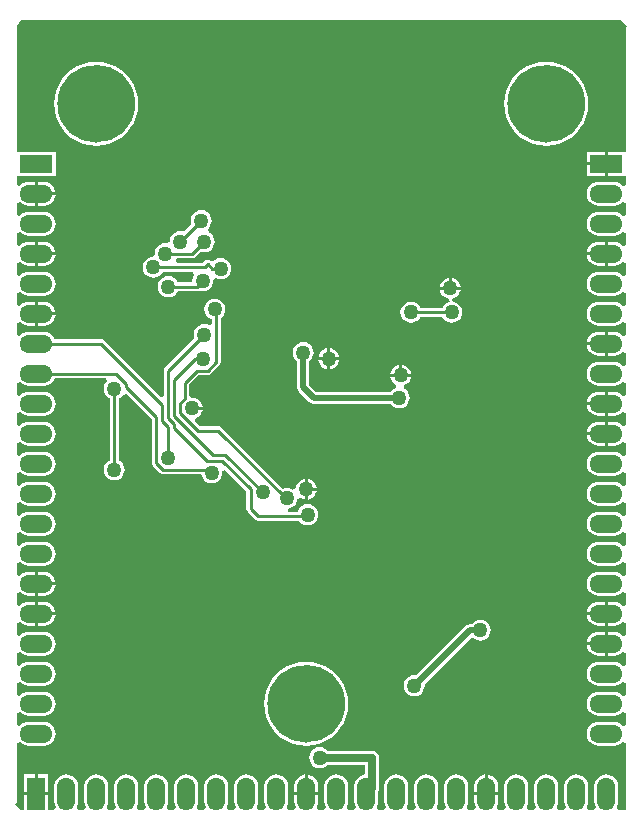
<source format=gbl>
G04 Layer_Physical_Order=2*
G04 Layer_Color=16711680*
%FSLAX25Y25*%
%MOIN*%
G70*
G01*
G75*
%ADD16C,0.02000*%
%ADD17C,0.01000*%
%ADD18C,0.02500*%
%ADD20C,0.17323*%
%ADD21O,0.11000X0.06000*%
%ADD22R,0.11000X0.06000*%
%ADD23O,0.06000X0.11000*%
%ADD24R,0.06000X0.11000*%
%ADD25C,0.03500*%
%ADD26C,0.05000*%
%ADD27C,0.02362*%
%ADD28C,0.04724*%
G36*
X490980Y454520D02*
Y454481D01*
X490500Y454000D01*
Y412500D01*
X484500D01*
Y408500D01*
Y404500D01*
X490500D01*
Y401501D01*
X489500Y401161D01*
X489353Y401353D01*
X488517Y401994D01*
X487544Y402397D01*
X486500Y402534D01*
X481500D01*
X480456Y402397D01*
X479483Y401994D01*
X478647Y401353D01*
X478006Y400517D01*
X477603Y399544D01*
X477465Y398500D01*
X477603Y397456D01*
X478006Y396483D01*
X478647Y395647D01*
X479483Y395006D01*
X480456Y394603D01*
X481500Y394465D01*
X486500D01*
X487544Y394603D01*
X488517Y395006D01*
X489353Y395647D01*
X489500Y395839D01*
X490500Y395499D01*
Y391500D01*
X489500Y391161D01*
X489353Y391353D01*
X488517Y391994D01*
X487544Y392397D01*
X486500Y392534D01*
X481500D01*
X480456Y392397D01*
X479483Y391994D01*
X478647Y391353D01*
X478006Y390517D01*
X477603Y389544D01*
X477465Y388500D01*
X477603Y387456D01*
X478006Y386483D01*
X478647Y385647D01*
X479483Y385006D01*
X480456Y384603D01*
X481500Y384466D01*
X486500D01*
X487544Y384603D01*
X488517Y385006D01*
X489353Y385647D01*
X489500Y385839D01*
X490500Y385500D01*
Y381501D01*
X489500Y381161D01*
X489353Y381353D01*
X488517Y381994D01*
X487544Y382397D01*
X486500Y382535D01*
X484500D01*
Y378500D01*
Y374465D01*
X486500D01*
X487544Y374603D01*
X488517Y375006D01*
X489353Y375647D01*
X489500Y375839D01*
X490500Y375500D01*
Y371500D01*
X489500Y371161D01*
X489353Y371353D01*
X488517Y371994D01*
X487544Y372397D01*
X486500Y372534D01*
X481500D01*
X480456Y372397D01*
X479483Y371994D01*
X478647Y371353D01*
X478006Y370517D01*
X477603Y369544D01*
X477465Y368500D01*
X477603Y367456D01*
X478006Y366483D01*
X478647Y365647D01*
X479483Y365006D01*
X480456Y364603D01*
X481500Y364465D01*
X486500D01*
X487544Y364603D01*
X488517Y365006D01*
X489353Y365647D01*
X489500Y365839D01*
X490500Y365499D01*
Y361501D01*
X489500Y361161D01*
X489353Y361353D01*
X488517Y361994D01*
X487544Y362397D01*
X486500Y362534D01*
X481500D01*
X480456Y362397D01*
X479483Y361994D01*
X478647Y361353D01*
X478006Y360517D01*
X477603Y359544D01*
X477465Y358500D01*
X477603Y357456D01*
X478006Y356483D01*
X478647Y355647D01*
X479483Y355006D01*
X480456Y354603D01*
X481500Y354466D01*
X486500D01*
X487544Y354603D01*
X488517Y355006D01*
X489353Y355647D01*
X489500Y355839D01*
X490500Y355500D01*
Y351501D01*
X489500Y351161D01*
X489353Y351353D01*
X488517Y351994D01*
X487544Y352397D01*
X486500Y352535D01*
X484500D01*
Y348500D01*
Y344465D01*
X486500D01*
X487544Y344603D01*
X488517Y345006D01*
X489353Y345647D01*
X489500Y345839D01*
X490500Y345499D01*
Y341500D01*
X489500Y341161D01*
X489353Y341353D01*
X488517Y341994D01*
X487544Y342397D01*
X486500Y342534D01*
X481500D01*
X480456Y342397D01*
X479483Y341994D01*
X478647Y341353D01*
X478006Y340517D01*
X477603Y339544D01*
X477465Y338500D01*
X477603Y337456D01*
X478006Y336483D01*
X478647Y335647D01*
X479483Y335006D01*
X480456Y334603D01*
X481500Y334466D01*
X486500D01*
X487544Y334603D01*
X488517Y335006D01*
X489353Y335647D01*
X489500Y335839D01*
X490500Y335500D01*
Y331501D01*
X489500Y331161D01*
X489353Y331353D01*
X488517Y331994D01*
X487544Y332397D01*
X486500Y332535D01*
X484500D01*
Y328500D01*
Y324465D01*
X486500D01*
X487544Y324603D01*
X488517Y325006D01*
X489353Y325647D01*
X489500Y325839D01*
X490500Y325500D01*
Y321500D01*
X489500Y321161D01*
X489353Y321353D01*
X488517Y321994D01*
X487544Y322397D01*
X486500Y322534D01*
X484500D01*
Y318500D01*
Y314465D01*
X486500D01*
X487544Y314603D01*
X488517Y315006D01*
X489353Y315647D01*
X489500Y315839D01*
X490500Y315499D01*
Y311501D01*
X489500Y311161D01*
X489353Y311353D01*
X488517Y311994D01*
X487544Y312397D01*
X486500Y312534D01*
X481500D01*
X480456Y312397D01*
X479483Y311994D01*
X478647Y311353D01*
X478006Y310517D01*
X477603Y309544D01*
X477465Y308500D01*
X477603Y307456D01*
X478006Y306483D01*
X478647Y305647D01*
X479483Y305006D01*
X480456Y304603D01*
X481500Y304466D01*
X486500D01*
X487544Y304603D01*
X488517Y305006D01*
X489353Y305647D01*
X489500Y305839D01*
X490500Y305500D01*
Y301501D01*
X489500Y301161D01*
X489353Y301353D01*
X488517Y301994D01*
X487544Y302397D01*
X486500Y302535D01*
X481500D01*
X480456Y302397D01*
X479483Y301994D01*
X478647Y301353D01*
X478006Y300517D01*
X477603Y299544D01*
X477465Y298500D01*
X477603Y297456D01*
X478006Y296483D01*
X478647Y295647D01*
X479483Y295006D01*
X480456Y294603D01*
X481500Y294465D01*
X486500D01*
X487544Y294603D01*
X488517Y295006D01*
X489353Y295647D01*
X489500Y295839D01*
X490500Y295499D01*
Y291500D01*
X489500Y291161D01*
X489353Y291353D01*
X488517Y291994D01*
X487544Y292397D01*
X486500Y292534D01*
X481500D01*
X480456Y292397D01*
X479483Y291994D01*
X478647Y291353D01*
X478006Y290517D01*
X477603Y289544D01*
X477465Y288500D01*
X477603Y287456D01*
X478006Y286483D01*
X478647Y285647D01*
X479483Y285006D01*
X480456Y284603D01*
X481500Y284466D01*
X486500D01*
X487544Y284603D01*
X488517Y285006D01*
X489353Y285647D01*
X489500Y285839D01*
X490500Y285500D01*
Y281501D01*
X489500Y281161D01*
X489353Y281353D01*
X488517Y281994D01*
X487544Y282397D01*
X486500Y282535D01*
X481500D01*
X480456Y282397D01*
X479483Y281994D01*
X478647Y281353D01*
X478006Y280517D01*
X477603Y279544D01*
X477465Y278500D01*
X477603Y277456D01*
X478006Y276483D01*
X478647Y275647D01*
X479483Y275006D01*
X480456Y274603D01*
X481500Y274465D01*
X486500D01*
X487544Y274603D01*
X488517Y275006D01*
X489353Y275647D01*
X489500Y275839D01*
X490500Y275500D01*
Y271500D01*
X489500Y271161D01*
X489353Y271353D01*
X488517Y271994D01*
X487544Y272397D01*
X486500Y272534D01*
X481500D01*
X480456Y272397D01*
X479483Y271994D01*
X478647Y271353D01*
X478006Y270517D01*
X477603Y269544D01*
X477465Y268500D01*
X477603Y267456D01*
X478006Y266483D01*
X478647Y265647D01*
X479483Y265006D01*
X480456Y264603D01*
X481500Y264465D01*
X486500D01*
X487544Y264603D01*
X488517Y265006D01*
X489353Y265647D01*
X489500Y265839D01*
X490500Y265499D01*
Y261501D01*
X489500Y261161D01*
X489353Y261353D01*
X488517Y261994D01*
X487544Y262397D01*
X486500Y262534D01*
X484500D01*
Y258500D01*
Y254466D01*
X486500D01*
X487544Y254603D01*
X488517Y255006D01*
X489353Y255647D01*
X489500Y255839D01*
X490500Y255500D01*
Y251501D01*
X489500Y251161D01*
X489353Y251353D01*
X488517Y251994D01*
X487544Y252397D01*
X486500Y252535D01*
X484500D01*
Y248500D01*
Y244465D01*
X486500D01*
X487544Y244603D01*
X488517Y245006D01*
X489353Y245647D01*
X489500Y245839D01*
X490500Y245499D01*
Y241500D01*
X489500Y241161D01*
X489353Y241353D01*
X488517Y241994D01*
X487544Y242397D01*
X486500Y242534D01*
X481500D01*
X480456Y242397D01*
X479483Y241994D01*
X478647Y241353D01*
X478006Y240517D01*
X477603Y239544D01*
X477465Y238500D01*
X477603Y237456D01*
X478006Y236483D01*
X478647Y235647D01*
X479483Y235006D01*
X480456Y234603D01*
X481500Y234466D01*
X486500D01*
X487544Y234603D01*
X488517Y235006D01*
X489353Y235647D01*
X489500Y235839D01*
X490500Y235500D01*
Y231501D01*
X489500Y231161D01*
X489353Y231353D01*
X488517Y231994D01*
X487544Y232397D01*
X486500Y232535D01*
X481500D01*
X480456Y232397D01*
X479483Y231994D01*
X478647Y231353D01*
X478006Y230517D01*
X477603Y229544D01*
X477465Y228500D01*
X477603Y227456D01*
X478006Y226483D01*
X478647Y225647D01*
X479483Y225006D01*
X480456Y224603D01*
X481500Y224465D01*
X486500D01*
X487544Y224603D01*
X488517Y225006D01*
X489353Y225647D01*
X489500Y225839D01*
X490500Y225500D01*
Y221500D01*
X489500Y221161D01*
X489353Y221353D01*
X488517Y221994D01*
X487544Y222397D01*
X486500Y222534D01*
X481500D01*
X480456Y222397D01*
X479483Y221994D01*
X478647Y221353D01*
X478006Y220517D01*
X477603Y219544D01*
X477465Y218500D01*
X477603Y217456D01*
X478006Y216483D01*
X478647Y215647D01*
X479483Y215006D01*
X480456Y214603D01*
X481500Y214465D01*
X486500D01*
X487544Y214603D01*
X488517Y215006D01*
X489353Y215647D01*
X489500Y215839D01*
X490500Y215499D01*
Y193000D01*
X488000D01*
X487494Y193983D01*
X487897Y194956D01*
X488034Y196000D01*
Y201000D01*
X487897Y202044D01*
X487494Y203017D01*
X486853Y203853D01*
X486017Y204494D01*
X485044Y204897D01*
X484000Y205034D01*
X482956Y204897D01*
X481983Y204494D01*
X481147Y203853D01*
X480506Y203017D01*
X480103Y202044D01*
X479965Y201000D01*
Y196000D01*
X480103Y194956D01*
X480506Y193983D01*
X480000Y193000D01*
X478000D01*
X477494Y193983D01*
X477897Y194956D01*
X478034Y196000D01*
Y201000D01*
X477897Y202044D01*
X477494Y203017D01*
X476853Y203853D01*
X476017Y204494D01*
X475044Y204897D01*
X474000Y205034D01*
X472956Y204897D01*
X471983Y204494D01*
X471147Y203853D01*
X470506Y203017D01*
X470103Y202044D01*
X469966Y201000D01*
Y196000D01*
X470103Y194956D01*
X470506Y193983D01*
X470000Y193000D01*
X468000D01*
X467494Y193983D01*
X467897Y194956D01*
X468035Y196000D01*
Y201000D01*
X467897Y202044D01*
X467494Y203017D01*
X466853Y203853D01*
X466017Y204494D01*
X465044Y204897D01*
X464000Y205034D01*
X462956Y204897D01*
X461983Y204494D01*
X461147Y203853D01*
X460506Y203017D01*
X460103Y202044D01*
X459966Y201000D01*
Y196000D01*
X460103Y194956D01*
X460506Y193983D01*
X460000Y193000D01*
X458000D01*
X457494Y193983D01*
X457897Y194956D01*
X458035Y196000D01*
Y201000D01*
X457897Y202044D01*
X457494Y203017D01*
X456853Y203853D01*
X456017Y204494D01*
X455044Y204897D01*
X454000Y205034D01*
X452956Y204897D01*
X451983Y204494D01*
X451147Y203853D01*
X450506Y203017D01*
X450103Y202044D01*
X449965Y201000D01*
Y196000D01*
X450103Y194956D01*
X450506Y193983D01*
X450000Y193000D01*
X448000D01*
X447494Y193983D01*
X447897Y194956D01*
X448034Y196000D01*
Y198000D01*
X444000D01*
X439965D01*
Y196000D01*
X440103Y194956D01*
X440506Y193983D01*
X440000Y193000D01*
X438000D01*
X437494Y193983D01*
X437897Y194956D01*
X438034Y196000D01*
Y201000D01*
X437897Y202044D01*
X437494Y203017D01*
X436853Y203853D01*
X436017Y204494D01*
X435044Y204897D01*
X434000Y205034D01*
X432956Y204897D01*
X431983Y204494D01*
X431147Y203853D01*
X430506Y203017D01*
X430103Y202044D01*
X429965Y201000D01*
Y196000D01*
X430103Y194956D01*
X430506Y193983D01*
X430000Y193000D01*
X428000D01*
X427494Y193983D01*
X427897Y194956D01*
X428034Y196000D01*
Y201000D01*
X427897Y202044D01*
X427494Y203017D01*
X426853Y203853D01*
X426017Y204494D01*
X425044Y204897D01*
X424000Y205034D01*
X422956Y204897D01*
X421983Y204494D01*
X421147Y203853D01*
X420506Y203017D01*
X420103Y202044D01*
X419966Y201000D01*
Y196000D01*
X420103Y194956D01*
X420506Y193983D01*
X420000Y193000D01*
X418000D01*
X417494Y193983D01*
X417897Y194956D01*
X418035Y196000D01*
Y201000D01*
X417897Y202044D01*
X417494Y203017D01*
X416853Y203853D01*
X416017Y204494D01*
X415044Y204897D01*
X414000Y205034D01*
X412956Y204897D01*
X411983Y204494D01*
X411147Y203853D01*
X410506Y203017D01*
X410103Y202044D01*
X409966Y201000D01*
Y196000D01*
X410103Y194956D01*
X410506Y193983D01*
X410000Y193000D01*
X408000D01*
X407494Y193983D01*
X407897Y194956D01*
X408035Y196000D01*
Y199495D01*
X408119Y199622D01*
X408294Y200500D01*
Y210500D01*
X408119Y211378D01*
X407622Y212122D01*
X406878Y212619D01*
X406000Y212794D01*
X391151D01*
X390996Y212996D01*
X390265Y213557D01*
X389414Y213910D01*
X388500Y214030D01*
X387586Y213910D01*
X386735Y213557D01*
X386004Y212996D01*
X385443Y212265D01*
X385090Y211414D01*
X384970Y210500D01*
X385090Y209586D01*
X385443Y208735D01*
X386004Y208004D01*
X386735Y207443D01*
X387586Y207090D01*
X388500Y206970D01*
X389414Y207090D01*
X390265Y207443D01*
X390996Y208004D01*
X391151Y208206D01*
X403706D01*
Y204996D01*
X402956Y204897D01*
X401983Y204494D01*
X401147Y203853D01*
X400506Y203017D01*
X400103Y202044D01*
X399966Y201000D01*
Y196000D01*
X400103Y194956D01*
X400506Y193983D01*
X400000Y193000D01*
X398000D01*
X397494Y193983D01*
X397897Y194956D01*
X398035Y196000D01*
Y201000D01*
X397897Y202044D01*
X397494Y203017D01*
X396853Y203853D01*
X396017Y204494D01*
X395044Y204897D01*
X394000Y205034D01*
X392956Y204897D01*
X391983Y204494D01*
X391147Y203853D01*
X390506Y203017D01*
X390103Y202044D01*
X389966Y201000D01*
Y196000D01*
X390103Y194956D01*
X390506Y193983D01*
X390000Y193000D01*
X388000D01*
X387494Y193983D01*
X387897Y194956D01*
X388035Y196000D01*
Y198000D01*
X384000D01*
X379965D01*
Y196000D01*
X380103Y194956D01*
X380506Y193983D01*
X380000Y193000D01*
X378000D01*
X377494Y193983D01*
X377897Y194956D01*
X378034Y196000D01*
Y201000D01*
X377897Y202044D01*
X377494Y203017D01*
X376853Y203853D01*
X376017Y204494D01*
X375044Y204897D01*
X374000Y205034D01*
X372956Y204897D01*
X371983Y204494D01*
X371147Y203853D01*
X370506Y203017D01*
X370103Y202044D01*
X369966Y201000D01*
Y196000D01*
X370103Y194956D01*
X370506Y193983D01*
X370000Y193000D01*
X368000D01*
X367494Y193983D01*
X367897Y194956D01*
X368035Y196000D01*
Y201000D01*
X367897Y202044D01*
X367494Y203017D01*
X366853Y203853D01*
X366017Y204494D01*
X365044Y204897D01*
X364000Y205034D01*
X362956Y204897D01*
X361983Y204494D01*
X361147Y203853D01*
X360506Y203017D01*
X360103Y202044D01*
X359965Y201000D01*
Y196000D01*
X360103Y194956D01*
X360506Y193983D01*
X360000Y193000D01*
X358000D01*
X357494Y193983D01*
X357897Y194956D01*
X358034Y196000D01*
Y201000D01*
X357897Y202044D01*
X357494Y203017D01*
X356853Y203853D01*
X356017Y204494D01*
X355044Y204897D01*
X354000Y205034D01*
X352956Y204897D01*
X351983Y204494D01*
X351147Y203853D01*
X350506Y203017D01*
X350103Y202044D01*
X349966Y201000D01*
Y196000D01*
X350103Y194956D01*
X350506Y193983D01*
X350000Y193000D01*
X348000D01*
X347494Y193983D01*
X347897Y194956D01*
X348035Y196000D01*
Y201000D01*
X347897Y202044D01*
X347494Y203017D01*
X346853Y203853D01*
X346017Y204494D01*
X345044Y204897D01*
X344000Y205034D01*
X342956Y204897D01*
X341983Y204494D01*
X341147Y203853D01*
X340506Y203017D01*
X340103Y202044D01*
X339966Y201000D01*
Y196000D01*
X340103Y194956D01*
X340506Y193983D01*
X340000Y193000D01*
X338000D01*
X337494Y193983D01*
X337897Y194956D01*
X338035Y196000D01*
Y201000D01*
X337897Y202044D01*
X337494Y203017D01*
X336853Y203853D01*
X336017Y204494D01*
X335044Y204897D01*
X334000Y205034D01*
X332956Y204897D01*
X331983Y204494D01*
X331147Y203853D01*
X330506Y203017D01*
X330103Y202044D01*
X329965Y201000D01*
Y196000D01*
X330103Y194956D01*
X330506Y193983D01*
X330000Y193000D01*
X328000D01*
X327494Y193983D01*
X327897Y194956D01*
X328034Y196000D01*
Y201000D01*
X327897Y202044D01*
X327494Y203017D01*
X326853Y203853D01*
X326017Y204494D01*
X325044Y204897D01*
X324000Y205034D01*
X322956Y204897D01*
X321983Y204494D01*
X321147Y203853D01*
X320506Y203017D01*
X320103Y202044D01*
X319966Y201000D01*
Y196000D01*
X320103Y194956D01*
X320506Y193983D01*
X320000Y193000D01*
X318000D01*
X317494Y193983D01*
X317897Y194956D01*
X318035Y196000D01*
Y201000D01*
X317897Y202044D01*
X317494Y203017D01*
X316853Y203853D01*
X316017Y204494D01*
X315044Y204897D01*
X314000Y205034D01*
X312956Y204897D01*
X311983Y204494D01*
X311147Y203853D01*
X310506Y203017D01*
X310103Y202044D01*
X309965Y201000D01*
Y196000D01*
X310103Y194956D01*
X310506Y193983D01*
X310000Y193000D01*
X308000D01*
X307494Y193983D01*
X307897Y194956D01*
X308034Y196000D01*
Y201000D01*
X307897Y202044D01*
X307494Y203017D01*
X306853Y203853D01*
X306017Y204494D01*
X305044Y204897D01*
X304000Y205034D01*
X302956Y204897D01*
X301983Y204494D01*
X301147Y203853D01*
X300506Y203017D01*
X300103Y202044D01*
X299966Y201000D01*
Y196000D01*
X300103Y194956D01*
X300506Y193983D01*
X300000Y193000D01*
X298000D01*
Y198000D01*
X294000D01*
X290000D01*
Y193000D01*
X289000D01*
X287019Y194981D01*
Y195019D01*
X287500Y195500D01*
Y215499D01*
X288500Y215839D01*
X288647Y215647D01*
X289483Y215006D01*
X290456Y214603D01*
X291500Y214465D01*
X296500D01*
X297544Y214603D01*
X298517Y215006D01*
X299353Y215647D01*
X299994Y216483D01*
X300397Y217456D01*
X300535Y218500D01*
X300397Y219544D01*
X299994Y220517D01*
X299353Y221353D01*
X298517Y221994D01*
X297544Y222397D01*
X296500Y222534D01*
X291500D01*
X290456Y222397D01*
X289483Y221994D01*
X288647Y221353D01*
X288500Y221161D01*
X287500Y221500D01*
Y225500D01*
X288500Y225839D01*
X288647Y225647D01*
X289483Y225006D01*
X290456Y224603D01*
X291500Y224465D01*
X296500D01*
X297544Y224603D01*
X298517Y225006D01*
X299353Y225647D01*
X299994Y226483D01*
X300397Y227456D01*
X300535Y228500D01*
X300397Y229544D01*
X299994Y230517D01*
X299353Y231353D01*
X298517Y231994D01*
X297544Y232397D01*
X296500Y232535D01*
X291500D01*
X290456Y232397D01*
X289483Y231994D01*
X288647Y231353D01*
X288500Y231161D01*
X287500Y231501D01*
Y235500D01*
X288500Y235839D01*
X288647Y235647D01*
X289483Y235006D01*
X290456Y234603D01*
X291500Y234466D01*
X296500D01*
X297544Y234603D01*
X298517Y235006D01*
X299353Y235647D01*
X299994Y236483D01*
X300397Y237456D01*
X300535Y238500D01*
X300397Y239544D01*
X299994Y240517D01*
X299353Y241353D01*
X298517Y241994D01*
X297544Y242397D01*
X296500Y242534D01*
X291500D01*
X290456Y242397D01*
X289483Y241994D01*
X288647Y241353D01*
X288500Y241161D01*
X287500Y241500D01*
Y245499D01*
X288500Y245839D01*
X288647Y245647D01*
X289483Y245006D01*
X290456Y244603D01*
X291500Y244465D01*
X296500D01*
X297544Y244603D01*
X298517Y245006D01*
X299353Y245647D01*
X299994Y246483D01*
X300397Y247456D01*
X300535Y248500D01*
X300397Y249544D01*
X299994Y250517D01*
X299353Y251353D01*
X298517Y251994D01*
X297544Y252397D01*
X296500Y252535D01*
X291500D01*
X290456Y252397D01*
X289483Y251994D01*
X288647Y251353D01*
X288500Y251161D01*
X287500Y251501D01*
Y255500D01*
X288500Y255839D01*
X288647Y255647D01*
X289483Y255006D01*
X290456Y254603D01*
X291500Y254466D01*
X293500D01*
Y258500D01*
Y262534D01*
X291500D01*
X290456Y262397D01*
X289483Y261994D01*
X288647Y261353D01*
X288500Y261161D01*
X287500Y261501D01*
Y265499D01*
X288500Y265839D01*
X288647Y265647D01*
X289483Y265006D01*
X290456Y264603D01*
X291500Y264465D01*
X293500D01*
Y268500D01*
Y272534D01*
X291500D01*
X290456Y272397D01*
X289483Y271994D01*
X288647Y271353D01*
X288500Y271161D01*
X287500Y271500D01*
Y275500D01*
X288500Y275839D01*
X288647Y275647D01*
X289483Y275006D01*
X290456Y274603D01*
X291500Y274465D01*
X296500D01*
X297544Y274603D01*
X298517Y275006D01*
X299353Y275647D01*
X299994Y276483D01*
X300397Y277456D01*
X300535Y278500D01*
X300397Y279544D01*
X299994Y280517D01*
X299353Y281353D01*
X298517Y281994D01*
X297544Y282397D01*
X296500Y282535D01*
X291500D01*
X290456Y282397D01*
X289483Y281994D01*
X288647Y281353D01*
X288500Y281161D01*
X287500Y281501D01*
Y285500D01*
X288500Y285839D01*
X288647Y285647D01*
X289483Y285006D01*
X290456Y284603D01*
X291500Y284466D01*
X296500D01*
X297544Y284603D01*
X298517Y285006D01*
X299353Y285647D01*
X299994Y286483D01*
X300397Y287456D01*
X300535Y288500D01*
X300397Y289544D01*
X299994Y290517D01*
X299353Y291353D01*
X298517Y291994D01*
X297544Y292397D01*
X296500Y292534D01*
X291500D01*
X290456Y292397D01*
X289483Y291994D01*
X288647Y291353D01*
X288500Y291161D01*
X287500Y291500D01*
Y295499D01*
X288500Y295839D01*
X288647Y295647D01*
X289483Y295006D01*
X290456Y294603D01*
X291500Y294465D01*
X296500D01*
X297544Y294603D01*
X298517Y295006D01*
X299353Y295647D01*
X299994Y296483D01*
X300397Y297456D01*
X300535Y298500D01*
X300397Y299544D01*
X299994Y300517D01*
X299353Y301353D01*
X298517Y301994D01*
X297544Y302397D01*
X296500Y302535D01*
X291500D01*
X290456Y302397D01*
X289483Y301994D01*
X288647Y301353D01*
X288500Y301161D01*
X287500Y301501D01*
Y305500D01*
X288500Y305839D01*
X288647Y305647D01*
X289483Y305006D01*
X290456Y304603D01*
X291500Y304466D01*
X296500D01*
X297544Y304603D01*
X298517Y305006D01*
X299353Y305647D01*
X299994Y306483D01*
X300397Y307456D01*
X300535Y308500D01*
X300397Y309544D01*
X299994Y310517D01*
X299353Y311353D01*
X298517Y311994D01*
X297544Y312397D01*
X296500Y312534D01*
X291500D01*
X290456Y312397D01*
X289483Y311994D01*
X288647Y311353D01*
X288500Y311161D01*
X287500Y311501D01*
Y315499D01*
X288500Y315839D01*
X288647Y315647D01*
X289483Y315006D01*
X290456Y314603D01*
X291500Y314465D01*
X296500D01*
X297544Y314603D01*
X298517Y315006D01*
X299353Y315647D01*
X299994Y316483D01*
X300397Y317456D01*
X300535Y318500D01*
X300397Y319544D01*
X299994Y320517D01*
X299353Y321353D01*
X298517Y321994D01*
X297544Y322397D01*
X296500Y322534D01*
X291500D01*
X290456Y322397D01*
X289483Y321994D01*
X288647Y321353D01*
X288500Y321161D01*
X287500Y321500D01*
Y325500D01*
X288500Y325839D01*
X288647Y325647D01*
X289483Y325006D01*
X290456Y324603D01*
X291500Y324465D01*
X296500D01*
X297544Y324603D01*
X298517Y325006D01*
X299353Y325647D01*
X299994Y326483D01*
X300397Y327456D01*
X300535Y328500D01*
X300397Y329544D01*
X299994Y330517D01*
X299353Y331353D01*
X298517Y331994D01*
X297544Y332397D01*
X296500Y332535D01*
X291500D01*
X290456Y332397D01*
X289483Y331994D01*
X288647Y331353D01*
X288500Y331161D01*
X287500Y331501D01*
Y335500D01*
X288500Y335839D01*
X288647Y335647D01*
X289483Y335006D01*
X290456Y334603D01*
X291500Y334466D01*
X296500D01*
X297544Y334603D01*
X298517Y335006D01*
X299353Y335647D01*
X299994Y336483D01*
X300196Y336971D01*
X317131D01*
X317467Y336092D01*
X317484Y335971D01*
X316943Y335265D01*
X316590Y334414D01*
X316470Y333500D01*
X316590Y332586D01*
X316943Y331735D01*
X317504Y331004D01*
X318235Y330443D01*
X318471Y330345D01*
Y309655D01*
X318235Y309557D01*
X317504Y308996D01*
X316943Y308265D01*
X316590Y307414D01*
X316470Y306500D01*
X316590Y305586D01*
X316943Y304735D01*
X317504Y304004D01*
X318235Y303443D01*
X319086Y303090D01*
X320000Y302970D01*
X320914Y303090D01*
X321765Y303443D01*
X322496Y304004D01*
X323057Y304735D01*
X323410Y305586D01*
X323530Y306500D01*
X323410Y307414D01*
X323057Y308265D01*
X322496Y308996D01*
X321765Y309557D01*
X321529Y309655D01*
Y330345D01*
X321765Y330443D01*
X322496Y331004D01*
X322897Y331526D01*
X324032Y331805D01*
X332471Y323366D01*
Y308843D01*
X332587Y308258D01*
X332919Y307762D01*
X335262Y305419D01*
X335758Y305087D01*
X336343Y304971D01*
X349040D01*
X349090Y304586D01*
X349443Y303735D01*
X350004Y303004D01*
X350735Y302443D01*
X351586Y302090D01*
X352500Y301970D01*
X353414Y302090D01*
X354265Y302443D01*
X354996Y303004D01*
X355557Y303735D01*
X355910Y304586D01*
X356030Y305500D01*
X355971Y305952D01*
X356918Y306419D01*
X363971Y299366D01*
Y293500D01*
X364087Y292915D01*
X364419Y292419D01*
X366919Y289919D01*
X367415Y289587D01*
X368000Y289471D01*
X381646D01*
X382004Y289004D01*
X382735Y288443D01*
X383586Y288090D01*
X384500Y287970D01*
X385414Y288090D01*
X386265Y288443D01*
X386996Y289004D01*
X387557Y289735D01*
X387910Y290586D01*
X388030Y291500D01*
X387910Y292414D01*
X387557Y293265D01*
X386996Y293996D01*
X386265Y294557D01*
X385414Y294910D01*
X384500Y295030D01*
X383586Y294910D01*
X382735Y294557D01*
X382004Y293996D01*
X381443Y293265D01*
X381138Y292529D01*
X378018D01*
X377953Y293529D01*
X378414Y293590D01*
X379265Y293943D01*
X379996Y294504D01*
X380557Y295235D01*
X380910Y296086D01*
X380983Y296643D01*
X381791Y297085D01*
X382016Y297111D01*
X382235Y296943D01*
X383086Y296590D01*
X383500Y296536D01*
Y300000D01*
Y303464D01*
X383086Y303410D01*
X382235Y303057D01*
X381504Y302496D01*
X380943Y301765D01*
X380590Y300914D01*
X380517Y300357D01*
X379709Y299915D01*
X379484Y299889D01*
X379265Y300057D01*
X378414Y300410D01*
X377500Y300530D01*
X376586Y300410D01*
X376108Y300212D01*
X355738Y320581D01*
X355242Y320913D01*
X354657Y321029D01*
X348477D01*
X346840Y322666D01*
X347208Y323712D01*
X347765Y323943D01*
X348496Y324504D01*
X349057Y325235D01*
X349410Y326086D01*
X349464Y326500D01*
X346000D01*
Y327500D01*
X349464D01*
X349410Y327914D01*
X349057Y328765D01*
X348496Y329496D01*
X347765Y330057D01*
X346914Y330410D01*
X346000Y330530D01*
X345029Y331411D01*
Y334866D01*
X348082Y337919D01*
X351106D01*
X351691Y338036D01*
X352187Y338367D01*
X355081Y341262D01*
X355413Y341758D01*
X355529Y342343D01*
Y357146D01*
X355996Y357504D01*
X356557Y358235D01*
X356910Y359086D01*
X357030Y360000D01*
X356910Y360914D01*
X356557Y361765D01*
X355996Y362496D01*
X355265Y363057D01*
X354414Y363410D01*
X353500Y363530D01*
X352586Y363410D01*
X351735Y363057D01*
X351004Y362496D01*
X350443Y361765D01*
X350090Y360914D01*
X349970Y360000D01*
X350090Y359086D01*
X350443Y358235D01*
X351004Y357504D01*
X351735Y356943D01*
X352471Y356638D01*
Y355158D01*
X351471Y354679D01*
X350914Y354910D01*
X350000Y355030D01*
X349086Y354910D01*
X348235Y354557D01*
X347504Y353996D01*
X346943Y353265D01*
X346590Y352414D01*
X346470Y351500D01*
X346590Y350586D01*
X346688Y350351D01*
X336919Y340581D01*
X336587Y340085D01*
X336471Y339500D01*
Y330999D01*
X335547Y330616D01*
X316581Y349581D01*
X316085Y349913D01*
X315500Y350029D01*
X300196D01*
X299994Y350517D01*
X299353Y351353D01*
X298517Y351994D01*
X297544Y352397D01*
X296500Y352535D01*
X291500D01*
X290456Y352397D01*
X289483Y351994D01*
X288647Y351353D01*
X288500Y351161D01*
X287500Y351501D01*
Y355500D01*
X288500Y355839D01*
X288647Y355647D01*
X289483Y355006D01*
X290456Y354603D01*
X291500Y354466D01*
X293500D01*
Y358500D01*
Y362534D01*
X291500D01*
X290456Y362397D01*
X289483Y361994D01*
X288647Y361353D01*
X288500Y361161D01*
X287500Y361501D01*
Y365499D01*
X288500Y365839D01*
X288647Y365647D01*
X289483Y365006D01*
X290456Y364603D01*
X291500Y364465D01*
X296500D01*
X297544Y364603D01*
X298517Y365006D01*
X299353Y365647D01*
X299994Y366483D01*
X300397Y367456D01*
X300535Y368500D01*
X300397Y369544D01*
X299994Y370517D01*
X299353Y371353D01*
X298517Y371994D01*
X297544Y372397D01*
X296500Y372534D01*
X291500D01*
X290456Y372397D01*
X289483Y371994D01*
X288647Y371353D01*
X288500Y371161D01*
X287500Y371500D01*
Y375500D01*
X288500Y375839D01*
X288647Y375647D01*
X289483Y375006D01*
X290456Y374603D01*
X291500Y374465D01*
X293500D01*
Y378500D01*
Y382535D01*
X291500D01*
X290456Y382397D01*
X289483Y381994D01*
X288647Y381353D01*
X288500Y381161D01*
X287500Y381501D01*
Y385500D01*
X288500Y385839D01*
X288647Y385647D01*
X289483Y385006D01*
X290456Y384603D01*
X291500Y384466D01*
X296500D01*
X297544Y384603D01*
X298517Y385006D01*
X299353Y385647D01*
X299994Y386483D01*
X300397Y387456D01*
X300535Y388500D01*
X300397Y389544D01*
X299994Y390517D01*
X299353Y391353D01*
X298517Y391994D01*
X297544Y392397D01*
X296500Y392534D01*
X291500D01*
X290456Y392397D01*
X289483Y391994D01*
X288647Y391353D01*
X288500Y391161D01*
X287500Y391500D01*
Y395499D01*
X288500Y395839D01*
X288647Y395647D01*
X289483Y395006D01*
X290456Y394603D01*
X291500Y394465D01*
X293500D01*
Y398500D01*
Y402534D01*
X291500D01*
X290456Y402397D01*
X289483Y401994D01*
X288647Y401353D01*
X288500Y401161D01*
X287500Y401501D01*
Y404500D01*
X300500D01*
Y412500D01*
X287500D01*
Y454500D01*
X289000Y456500D01*
X489000D01*
X490980Y454520D01*
D02*
G37*
%LPC*%
G36*
X296500Y272534D02*
X294500D01*
Y269000D01*
X300469D01*
X300397Y269544D01*
X299994Y270517D01*
X299353Y271353D01*
X298517Y271994D01*
X297544Y272397D01*
X296500Y272534D01*
D02*
G37*
G36*
X387464Y299500D02*
X384500D01*
Y296536D01*
X384914Y296590D01*
X385765Y296943D01*
X386496Y297504D01*
X387057Y298235D01*
X387410Y299086D01*
X387464Y299500D01*
D02*
G37*
G36*
X296500Y262534D02*
X294500D01*
Y259000D01*
X300469D01*
X300397Y259544D01*
X299994Y260517D01*
X299353Y261353D01*
X298517Y261994D01*
X297544Y262397D01*
X296500Y262534D01*
D02*
G37*
G36*
X483500D02*
X481500D01*
X480456Y262397D01*
X479483Y261994D01*
X478647Y261353D01*
X478006Y260517D01*
X477603Y259544D01*
X477531Y259000D01*
X483500D01*
Y262534D01*
D02*
G37*
G36*
X300469Y268000D02*
X294500D01*
Y264465D01*
X296500D01*
X297544Y264603D01*
X298517Y265006D01*
X299353Y265647D01*
X299994Y266483D01*
X300397Y267456D01*
X300469Y268000D01*
D02*
G37*
G36*
X384500Y303464D02*
Y300500D01*
X387464D01*
X387410Y300914D01*
X387057Y301765D01*
X386496Y302496D01*
X385765Y303057D01*
X384914Y303410D01*
X384500Y303464D01*
D02*
G37*
G36*
X383000Y349030D02*
X382086Y348910D01*
X381235Y348557D01*
X380504Y347996D01*
X379943Y347265D01*
X379590Y346414D01*
X379470Y345500D01*
X379590Y344586D01*
X379943Y343735D01*
X380504Y343004D01*
X380961Y342653D01*
Y334000D01*
X381116Y333220D01*
X381558Y332558D01*
X385058Y329058D01*
X385720Y328616D01*
X386500Y328461D01*
X412153D01*
X412504Y328004D01*
X413235Y327443D01*
X414086Y327090D01*
X415000Y326970D01*
X415914Y327090D01*
X416765Y327443D01*
X417496Y328004D01*
X418057Y328735D01*
X418410Y329586D01*
X418530Y330500D01*
X418410Y331414D01*
X418057Y332265D01*
X417496Y332996D01*
X416765Y333557D01*
X416595Y333628D01*
X416539Y333924D01*
X416649Y334688D01*
X417265Y334943D01*
X417996Y335504D01*
X418557Y336235D01*
X418910Y337086D01*
X418964Y337500D01*
X412036D01*
X412090Y337086D01*
X412443Y336235D01*
X413004Y335504D01*
X413735Y334943D01*
X413905Y334872D01*
X413961Y334577D01*
X413851Y333812D01*
X413235Y333557D01*
X412504Y332996D01*
X412153Y332539D01*
X387345D01*
X385039Y334845D01*
Y342653D01*
X385496Y343004D01*
X386057Y343735D01*
X386410Y344586D01*
X386530Y345500D01*
X386410Y346414D01*
X386057Y347265D01*
X385496Y347996D01*
X384765Y348557D01*
X383914Y348910D01*
X383000Y349030D01*
D02*
G37*
G36*
X483500Y332535D02*
X481500D01*
X480456Y332397D01*
X479483Y331994D01*
X478647Y331353D01*
X478006Y330517D01*
X477603Y329544D01*
X477531Y329000D01*
X483500D01*
Y332535D01*
D02*
G37*
G36*
Y328000D02*
X477531D01*
X477603Y327456D01*
X478006Y326483D01*
X478647Y325647D01*
X479483Y325006D01*
X480456Y324603D01*
X481500Y324465D01*
X483500D01*
Y328000D01*
D02*
G37*
G36*
Y318000D02*
X477531D01*
X477603Y317456D01*
X478006Y316483D01*
X478647Y315647D01*
X479483Y315006D01*
X480456Y314603D01*
X481500Y314465D01*
X483500D01*
Y318000D01*
D02*
G37*
G36*
Y322534D02*
X481500D01*
X480456Y322397D01*
X479483Y321994D01*
X478647Y321353D01*
X478006Y320517D01*
X477603Y319544D01*
X477531Y319000D01*
X483500D01*
Y322534D01*
D02*
G37*
G36*
Y258000D02*
X477531D01*
X477603Y257456D01*
X478006Y256483D01*
X478647Y255647D01*
X479483Y255006D01*
X480456Y254603D01*
X481500Y254466D01*
X483500D01*
Y258000D01*
D02*
G37*
G36*
X298000Y205000D02*
X294500D01*
Y199000D01*
X298000D01*
Y205000D01*
D02*
G37*
G36*
X384500Y204969D02*
Y199000D01*
X388035D01*
Y201000D01*
X387897Y202044D01*
X387494Y203017D01*
X386853Y203853D01*
X386017Y204494D01*
X385044Y204897D01*
X384500Y204969D01*
D02*
G37*
G36*
X293500Y205000D02*
X290000D01*
Y199000D01*
X293500D01*
Y205000D01*
D02*
G37*
G36*
X383500Y204969D02*
X382956Y204897D01*
X381983Y204494D01*
X381147Y203853D01*
X380506Y203017D01*
X380103Y202044D01*
X379965Y201000D01*
Y199000D01*
X383500D01*
Y204969D01*
D02*
G37*
G36*
X443500D02*
X442956Y204897D01*
X441983Y204494D01*
X441147Y203853D01*
X440506Y203017D01*
X440103Y202044D01*
X439965Y201000D01*
Y199000D01*
X443500D01*
Y204969D01*
D02*
G37*
G36*
X444500D02*
Y199000D01*
X448034D01*
Y201000D01*
X447897Y202044D01*
X447494Y203017D01*
X446853Y203853D01*
X446017Y204494D01*
X445044Y204897D01*
X444500Y204969D01*
D02*
G37*
G36*
X442000Y256530D02*
X441086Y256410D01*
X440235Y256057D01*
X439504Y255496D01*
X439153Y255039D01*
X438500D01*
X437720Y254884D01*
X437058Y254442D01*
X420571Y237955D01*
X420000Y238030D01*
X419086Y237910D01*
X418235Y237557D01*
X417504Y236996D01*
X416943Y236265D01*
X416590Y235414D01*
X416470Y234500D01*
X416590Y233586D01*
X416943Y232735D01*
X417504Y232004D01*
X418235Y231443D01*
X419086Y231090D01*
X420000Y230970D01*
X420914Y231090D01*
X421765Y231443D01*
X422496Y232004D01*
X423057Y232735D01*
X423410Y233586D01*
X423530Y234500D01*
X423455Y235071D01*
X438926Y250542D01*
X439504Y250504D01*
X440235Y249943D01*
X441086Y249590D01*
X442000Y249470D01*
X442914Y249590D01*
X443765Y249943D01*
X444496Y250504D01*
X445057Y251235D01*
X445410Y252086D01*
X445530Y253000D01*
X445410Y253914D01*
X445057Y254765D01*
X444496Y255496D01*
X443765Y256057D01*
X442914Y256410D01*
X442000Y256530D01*
D02*
G37*
G36*
X300469Y258000D02*
X294500D01*
Y254466D01*
X296500D01*
X297544Y254603D01*
X298517Y255006D01*
X299353Y255647D01*
X299994Y256483D01*
X300397Y257456D01*
X300469Y258000D01*
D02*
G37*
G36*
X483500Y252535D02*
X481500D01*
X480456Y252397D01*
X479483Y251994D01*
X478647Y251353D01*
X478006Y250517D01*
X477603Y249544D01*
X477531Y249000D01*
X483500D01*
Y252535D01*
D02*
G37*
G36*
X384000Y242543D02*
X381803Y242370D01*
X379661Y241855D01*
X377625Y241012D01*
X375746Y239861D01*
X374070Y238430D01*
X372639Y236754D01*
X371488Y234875D01*
X370645Y232839D01*
X370130Y230697D01*
X369957Y228500D01*
X370130Y226303D01*
X370645Y224161D01*
X371488Y222125D01*
X372639Y220246D01*
X374070Y218570D01*
X375746Y217139D01*
X377625Y215988D01*
X379661Y215145D01*
X381803Y214630D01*
X384000Y214457D01*
X386197Y214630D01*
X388339Y215145D01*
X390375Y215988D01*
X392254Y217139D01*
X393930Y218570D01*
X395361Y220246D01*
X396512Y222125D01*
X397355Y224161D01*
X397870Y226303D01*
X398043Y228500D01*
X397870Y230697D01*
X397355Y232839D01*
X396512Y234875D01*
X395361Y236754D01*
X393930Y238430D01*
X392254Y239861D01*
X390375Y241012D01*
X388339Y241855D01*
X386197Y242370D01*
X384000Y242543D01*
D02*
G37*
G36*
X483500Y248000D02*
X477531D01*
X477603Y247456D01*
X478006Y246483D01*
X478647Y245647D01*
X479483Y245006D01*
X480456Y244603D01*
X481500Y244465D01*
X483500D01*
Y248000D01*
D02*
G37*
G36*
X415000Y341464D02*
X414586Y341410D01*
X413735Y341057D01*
X413004Y340496D01*
X412443Y339765D01*
X412090Y338914D01*
X412036Y338500D01*
X415000D01*
Y341464D01*
D02*
G37*
G36*
X483500Y382535D02*
X481500D01*
X480456Y382397D01*
X479483Y381994D01*
X478647Y381353D01*
X478006Y380517D01*
X477603Y379544D01*
X477531Y379000D01*
X483500D01*
Y382535D01*
D02*
G37*
G36*
X349000Y393030D02*
X348086Y392910D01*
X347235Y392557D01*
X346504Y391996D01*
X345943Y391265D01*
X345590Y390414D01*
X345470Y389500D01*
X345590Y388586D01*
X345688Y388351D01*
X343149Y385812D01*
X342914Y385910D01*
X342000Y386030D01*
X341086Y385910D01*
X340235Y385557D01*
X339504Y384996D01*
X338943Y384265D01*
X338590Y383414D01*
X338503Y382748D01*
X338232Y382363D01*
X337532Y381960D01*
X337000Y382030D01*
X336086Y381910D01*
X335235Y381557D01*
X334504Y380996D01*
X333943Y380265D01*
X333590Y379414D01*
X333470Y378500D01*
X333473Y378477D01*
X333000Y377530D01*
X332086Y377410D01*
X331235Y377057D01*
X330504Y376496D01*
X329943Y375765D01*
X329590Y374914D01*
X329470Y374000D01*
X329590Y373086D01*
X329943Y372235D01*
X330504Y371504D01*
X331235Y370943D01*
X332086Y370590D01*
X333000Y370470D01*
X333914Y370590D01*
X334765Y370943D01*
X335496Y371504D01*
X336057Y372235D01*
X336155Y372471D01*
X346107D01*
X346601Y371471D01*
X346443Y371265D01*
X346090Y370414D01*
X345970Y369500D01*
X345557Y369029D01*
X341155D01*
X341057Y369265D01*
X340496Y369996D01*
X339765Y370557D01*
X338914Y370910D01*
X338000Y371030D01*
X337086Y370910D01*
X336235Y370557D01*
X335504Y369996D01*
X334943Y369265D01*
X334590Y368414D01*
X334470Y367500D01*
X334590Y366586D01*
X334943Y365735D01*
X335504Y365004D01*
X336235Y364443D01*
X337086Y364090D01*
X338000Y363970D01*
X338914Y364090D01*
X339765Y364443D01*
X340496Y365004D01*
X341057Y365735D01*
X341155Y365971D01*
X347500D01*
X348085Y366087D01*
X348280Y366217D01*
X348586Y366090D01*
X349500Y365970D01*
X350414Y366090D01*
X351265Y366443D01*
X351996Y367004D01*
X352557Y367735D01*
X352910Y368586D01*
X353030Y369500D01*
X352997Y369748D01*
X353344Y370075D01*
X353925Y370364D01*
X354586Y370090D01*
X355500Y369970D01*
X356414Y370090D01*
X357265Y370443D01*
X357996Y371004D01*
X358557Y371735D01*
X358910Y372586D01*
X359030Y373500D01*
X358910Y374414D01*
X358557Y375265D01*
X357996Y375996D01*
X357265Y376557D01*
X356414Y376910D01*
X355500Y377030D01*
X354586Y376910D01*
X353735Y376557D01*
X353004Y375996D01*
X352365Y375954D01*
X352238Y376081D01*
X351742Y376413D01*
X351157Y376529D01*
X350572Y376413D01*
X350075Y376081D01*
X349523Y375529D01*
X341078D01*
X340523Y376529D01*
X340797Y376971D01*
X346000D01*
X346585Y377087D01*
X347081Y377419D01*
X348851Y379188D01*
X349086Y379090D01*
X350000Y378970D01*
X350914Y379090D01*
X351765Y379443D01*
X352496Y380004D01*
X353057Y380735D01*
X353410Y381586D01*
X353530Y382500D01*
X353410Y383414D01*
X353057Y384265D01*
X352496Y384996D01*
X351765Y385557D01*
X351433Y385695D01*
X351275Y386834D01*
X351496Y387004D01*
X352057Y387735D01*
X352410Y388586D01*
X352530Y389500D01*
X352410Y390414D01*
X352057Y391265D01*
X351496Y391996D01*
X350765Y392557D01*
X349914Y392910D01*
X349000Y393030D01*
D02*
G37*
G36*
X296500Y382535D02*
X294500D01*
Y379000D01*
X300469D01*
X300397Y379544D01*
X299994Y380517D01*
X299353Y381353D01*
X298517Y381994D01*
X297544Y382397D01*
X296500Y382535D01*
D02*
G37*
G36*
X300469Y378000D02*
X294500D01*
Y374465D01*
X296500D01*
X297544Y374603D01*
X298517Y375006D01*
X299353Y375647D01*
X299994Y376483D01*
X300397Y377456D01*
X300469Y378000D01*
D02*
G37*
G36*
X483500D02*
X477531D01*
X477603Y377456D01*
X478006Y376483D01*
X478647Y375647D01*
X479483Y375006D01*
X480456Y374603D01*
X481500Y374465D01*
X483500D01*
Y378000D01*
D02*
G37*
G36*
X300469Y398000D02*
X294500D01*
Y394465D01*
X296500D01*
X297544Y394603D01*
X298517Y395006D01*
X299353Y395647D01*
X299994Y396483D01*
X300397Y397456D01*
X300469Y398000D01*
D02*
G37*
G36*
X314000Y442543D02*
X311803Y442370D01*
X309661Y441855D01*
X307625Y441012D01*
X305746Y439861D01*
X304070Y438430D01*
X302639Y436754D01*
X301488Y434875D01*
X300645Y432839D01*
X300130Y430697D01*
X299957Y428500D01*
X300130Y426303D01*
X300645Y424161D01*
X301488Y422125D01*
X302639Y420246D01*
X304070Y418570D01*
X305746Y417139D01*
X307625Y415988D01*
X309661Y415145D01*
X311803Y414630D01*
X314000Y414457D01*
X316197Y414630D01*
X318339Y415145D01*
X320375Y415988D01*
X322254Y417139D01*
X323930Y418570D01*
X325361Y420246D01*
X326512Y422125D01*
X327355Y424161D01*
X327870Y426303D01*
X328043Y428500D01*
X327870Y430697D01*
X327355Y432839D01*
X326512Y434875D01*
X325361Y436754D01*
X323930Y438430D01*
X322254Y439861D01*
X320375Y441012D01*
X318339Y441855D01*
X316197Y442370D01*
X314000Y442543D01*
D02*
G37*
G36*
X464000D02*
X461803Y442370D01*
X459661Y441855D01*
X457625Y441012D01*
X455746Y439861D01*
X454070Y438430D01*
X452639Y436754D01*
X451488Y434875D01*
X450645Y432839D01*
X450130Y430697D01*
X449957Y428500D01*
X450130Y426303D01*
X450645Y424161D01*
X451488Y422125D01*
X452639Y420246D01*
X454070Y418570D01*
X455746Y417139D01*
X457625Y415988D01*
X459661Y415145D01*
X461803Y414630D01*
X464000Y414457D01*
X466197Y414630D01*
X468339Y415145D01*
X470375Y415988D01*
X472254Y417139D01*
X473930Y418570D01*
X475361Y420246D01*
X476512Y422125D01*
X477355Y424161D01*
X477870Y426303D01*
X478043Y428500D01*
X477870Y430697D01*
X477355Y432839D01*
X476512Y434875D01*
X475361Y436754D01*
X473930Y438430D01*
X472254Y439861D01*
X470375Y441012D01*
X468339Y441855D01*
X466197Y442370D01*
X464000Y442543D01*
D02*
G37*
G36*
X483500Y412500D02*
X477500D01*
Y409000D01*
X483500D01*
Y412500D01*
D02*
G37*
G36*
X296500Y402534D02*
X294500D01*
Y399000D01*
X300469D01*
X300397Y399544D01*
X299994Y400517D01*
X299353Y401353D01*
X298517Y401994D01*
X297544Y402397D01*
X296500Y402534D01*
D02*
G37*
G36*
X483500Y408000D02*
X477500D01*
Y404500D01*
X483500D01*
Y408000D01*
D02*
G37*
G36*
X432500Y370464D02*
Y367500D01*
X435464D01*
X435410Y367914D01*
X435057Y368765D01*
X434496Y369496D01*
X433765Y370057D01*
X432914Y370410D01*
X432500Y370464D01*
D02*
G37*
G36*
X391000Y346964D02*
X390586Y346910D01*
X389735Y346557D01*
X389004Y345996D01*
X388443Y345265D01*
X388090Y344414D01*
X388036Y344000D01*
X391000D01*
Y346964D01*
D02*
G37*
G36*
X392000D02*
Y344000D01*
X394964D01*
X394910Y344414D01*
X394557Y345265D01*
X393996Y345996D01*
X393265Y346557D01*
X392414Y346910D01*
X392000Y346964D01*
D02*
G37*
G36*
X394964Y343000D02*
X392000D01*
Y340036D01*
X392414Y340090D01*
X393265Y340443D01*
X393996Y341004D01*
X394557Y341735D01*
X394910Y342586D01*
X394964Y343000D01*
D02*
G37*
G36*
X416000Y341464D02*
Y338500D01*
X418964D01*
X418910Y338914D01*
X418557Y339765D01*
X417996Y340496D01*
X417265Y341057D01*
X416414Y341410D01*
X416000Y341464D01*
D02*
G37*
G36*
X391000Y343000D02*
X388036D01*
X388090Y342586D01*
X388443Y341735D01*
X389004Y341004D01*
X389735Y340443D01*
X390586Y340090D01*
X391000Y340036D01*
Y343000D01*
D02*
G37*
G36*
X483500Y348000D02*
X477531D01*
X477603Y347456D01*
X478006Y346483D01*
X478647Y345647D01*
X479483Y345006D01*
X480456Y344603D01*
X481500Y344465D01*
X483500D01*
Y348000D01*
D02*
G37*
G36*
X435464Y366500D02*
X428536D01*
X428590Y366086D01*
X428943Y365235D01*
X429504Y364504D01*
X430235Y363943D01*
X431086Y363590D01*
X431497Y363536D01*
X431587Y363516D01*
X431755Y362493D01*
X431586Y362410D01*
X431521Y362383D01*
X430735Y362057D01*
X430004Y361496D01*
X429443Y360765D01*
X429345Y360529D01*
X422078D01*
X421980Y360765D01*
X421419Y361496D01*
X420688Y362057D01*
X419837Y362410D01*
X418923Y362530D01*
X418010Y362410D01*
X417158Y362057D01*
X416427Y361496D01*
X415866Y360765D01*
X415513Y359914D01*
X415393Y359000D01*
X415513Y358086D01*
X415866Y357235D01*
X416427Y356504D01*
X417158Y355943D01*
X418010Y355590D01*
X418923Y355470D01*
X419837Y355590D01*
X420688Y355943D01*
X421419Y356504D01*
X421980Y357235D01*
X422078Y357471D01*
X429345D01*
X429443Y357235D01*
X430004Y356504D01*
X430735Y355943D01*
X431586Y355590D01*
X432500Y355470D01*
X433414Y355590D01*
X434265Y355943D01*
X434996Y356504D01*
X435557Y357235D01*
X435910Y358086D01*
X436030Y359000D01*
X435910Y359914D01*
X435557Y360765D01*
X434996Y361496D01*
X434265Y362057D01*
X433414Y362410D01*
X433003Y362464D01*
X432913Y362484D01*
X432745Y363507D01*
X432914Y363590D01*
X432979Y363617D01*
X433765Y363943D01*
X434496Y364504D01*
X435057Y365235D01*
X435410Y366086D01*
X435464Y366500D01*
D02*
G37*
G36*
X431500Y370464D02*
X431086Y370410D01*
X430235Y370057D01*
X429504Y369496D01*
X428943Y368765D01*
X428590Y367914D01*
X428536Y367500D01*
X431500D01*
Y370464D01*
D02*
G37*
G36*
X296500Y362534D02*
X294500D01*
Y359000D01*
X300469D01*
X300397Y359544D01*
X299994Y360517D01*
X299353Y361353D01*
X298517Y361994D01*
X297544Y362397D01*
X296500Y362534D01*
D02*
G37*
G36*
X483500Y352535D02*
X481500D01*
X480456Y352397D01*
X479483Y351994D01*
X478647Y351353D01*
X478006Y350517D01*
X477603Y349544D01*
X477531Y349000D01*
X483500D01*
Y352535D01*
D02*
G37*
G36*
X300469Y358000D02*
X294500D01*
Y354466D01*
X296500D01*
X297544Y354603D01*
X298517Y355006D01*
X299353Y355647D01*
X299994Y356483D01*
X300397Y357456D01*
X300469Y358000D01*
D02*
G37*
%LPD*%
D16*
X383000Y334000D02*
Y345500D01*
Y334000D02*
X386500Y330500D01*
X415000D01*
X438500Y253000D02*
X442000D01*
X420000Y234500D02*
X438500Y253000D01*
D17*
X418923Y359000D02*
X432500D01*
X338000Y367500D02*
X347500D01*
X346000Y378500D02*
X350000Y382500D01*
X342000D02*
X349000Y389500D01*
X337000Y378500D02*
X346000D01*
X350157Y374000D02*
X351157Y375000D01*
X347500Y367500D02*
X349500Y369500D01*
X333000Y374000D02*
X350157D01*
X320000Y306500D02*
Y333500D01*
X320657Y338500D02*
X324000Y335157D01*
X294000Y338500D02*
X320657D01*
X294000Y348500D02*
X315500D01*
X324000Y334000D02*
Y335157D01*
X334000Y308843D02*
X336343Y306500D01*
X324000Y334000D02*
X334000Y324000D01*
Y308843D02*
Y324000D01*
X336343Y306500D02*
X351500D01*
X368000Y291000D02*
X384000D01*
X384500Y291500D01*
X346949Y343449D02*
X349449D01*
X351500Y306500D02*
X352500Y305500D01*
X365500Y293500D02*
X368000Y291000D01*
X365500Y293500D02*
Y300000D01*
X340000Y320500D02*
X351000Y309500D01*
X353500Y360000D02*
X354000Y359500D01*
Y342343D02*
Y359500D01*
X351106Y339449D02*
X354000Y342343D01*
X347449Y339449D02*
X351106D01*
X343500Y335500D02*
X347449Y339449D01*
X343500Y330157D02*
Y335500D01*
X340000Y324515D02*
X342000Y322515D01*
X338000Y323686D02*
X340000Y321686D01*
X315500Y348500D02*
X336000Y328000D01*
Y322858D02*
Y328000D01*
Y322858D02*
X338000Y320858D01*
X340000Y320500D02*
Y321686D01*
X338000Y310500D02*
Y320858D01*
Y323686D02*
Y339500D01*
X340000Y324515D02*
Y336500D01*
X346949Y343449D01*
X338000Y339500D02*
X350000Y351500D01*
X342000Y328657D02*
X343500Y330157D01*
X342000Y325343D02*
Y328657D01*
Y322500D02*
Y322515D01*
Y322500D02*
X353000Y311500D01*
X342000Y325343D02*
X347843Y319500D01*
X354657D01*
X356000Y309500D02*
X365500Y300000D01*
X351000Y309500D02*
X356000D01*
X357000Y311500D02*
X369500Y299000D01*
X353000Y311500D02*
X357000D01*
X354657Y319500D02*
X377157Y297000D01*
X377500D01*
X351157Y375000D02*
X352657Y373500D01*
X355500D01*
D18*
X388500Y210500D02*
X406000D01*
Y200500D02*
Y210500D01*
X404000Y198500D02*
X406000Y200500D01*
D20*
X384000Y228500D02*
D03*
X314000Y428500D02*
D03*
X464000D02*
D03*
D21*
X484000Y218500D02*
D03*
Y228500D02*
D03*
Y238500D02*
D03*
Y248500D02*
D03*
Y258500D02*
D03*
Y268500D02*
D03*
Y278500D02*
D03*
Y288500D02*
D03*
Y298500D02*
D03*
Y308500D02*
D03*
Y318500D02*
D03*
Y328500D02*
D03*
Y338500D02*
D03*
Y348500D02*
D03*
Y358500D02*
D03*
Y368500D02*
D03*
Y378500D02*
D03*
Y388500D02*
D03*
Y398500D02*
D03*
X294000Y218500D02*
D03*
Y228500D02*
D03*
Y238500D02*
D03*
Y248500D02*
D03*
Y258500D02*
D03*
Y268500D02*
D03*
Y278500D02*
D03*
Y288500D02*
D03*
Y298500D02*
D03*
Y308500D02*
D03*
Y318500D02*
D03*
Y328500D02*
D03*
Y338500D02*
D03*
Y348500D02*
D03*
Y358500D02*
D03*
Y368500D02*
D03*
Y378500D02*
D03*
Y388500D02*
D03*
Y398500D02*
D03*
D22*
X484000Y408500D02*
D03*
X294000D02*
D03*
D23*
X484000Y198500D02*
D03*
X474000D02*
D03*
X464000D02*
D03*
X454000D02*
D03*
X444000D02*
D03*
X434000D02*
D03*
X424000D02*
D03*
X414000D02*
D03*
X404000D02*
D03*
X394000D02*
D03*
X384000D02*
D03*
X374000D02*
D03*
X364000D02*
D03*
X354000D02*
D03*
X344000D02*
D03*
X334000D02*
D03*
X324000D02*
D03*
X314000D02*
D03*
X304000D02*
D03*
D24*
X294000D02*
D03*
D25*
X480000Y440000D02*
D03*
X460000Y360000D02*
D03*
X470000Y300000D02*
D03*
X460000Y280000D02*
D03*
X470000Y260000D02*
D03*
X440000Y440000D02*
D03*
X450000Y420000D02*
D03*
X440000Y400000D02*
D03*
X450000Y340000D02*
D03*
X440000Y320000D02*
D03*
X450000Y300000D02*
D03*
X440000Y280000D02*
D03*
X420000Y440000D02*
D03*
X430000Y420000D02*
D03*
X420000Y400000D02*
D03*
X430000Y340000D02*
D03*
X420000Y320000D02*
D03*
X430000Y300000D02*
D03*
X420000Y280000D02*
D03*
X430000Y260000D02*
D03*
Y220000D02*
D03*
X400000Y440000D02*
D03*
X410000Y420000D02*
D03*
X400000Y400000D02*
D03*
X410000Y380000D02*
D03*
Y300000D02*
D03*
X380000Y440000D02*
D03*
X390000Y420000D02*
D03*
X380000Y400000D02*
D03*
Y320000D02*
D03*
X390000Y300000D02*
D03*
X380000Y280000D02*
D03*
X390000Y260000D02*
D03*
X360000Y440000D02*
D03*
X370000Y420000D02*
D03*
X360000Y400000D02*
D03*
Y360000D02*
D03*
X370000Y340000D02*
D03*
X360000Y280000D02*
D03*
X370000Y220000D02*
D03*
X340000Y440000D02*
D03*
X350000Y420000D02*
D03*
X340000Y400000D02*
D03*
Y280000D02*
D03*
X350000Y260000D02*
D03*
X330000Y420000D02*
D03*
X320000Y400000D02*
D03*
Y280000D02*
D03*
X330000Y260000D02*
D03*
X300000Y440000D02*
D03*
X310000Y380000D02*
D03*
D26*
X432000Y367000D02*
D03*
X432500Y359000D02*
D03*
X353500Y360000D02*
D03*
X350000Y351500D02*
D03*
X383000Y345500D02*
D03*
X415000Y330500D02*
D03*
X384000Y300000D02*
D03*
X415500Y338000D02*
D03*
X349000Y389500D02*
D03*
X338000Y367500D02*
D03*
X342000Y382500D02*
D03*
X350000D02*
D03*
X337000Y378500D02*
D03*
X349500Y369500D02*
D03*
X333000Y374000D02*
D03*
X320000Y333500D02*
D03*
Y306500D02*
D03*
X338000Y310500D02*
D03*
X384500Y291500D02*
D03*
X346000Y327000D02*
D03*
X369500Y299000D02*
D03*
X349449Y343449D02*
D03*
X352500Y305500D02*
D03*
X377500Y297000D02*
D03*
X391500Y343500D02*
D03*
X388500Y210500D02*
D03*
X442000Y253000D02*
D03*
X420000Y234500D02*
D03*
X355500Y373500D02*
D03*
X418923Y359000D02*
D03*
D27*
X384000Y237161D02*
D03*
X377875Y234625D02*
D03*
X375339Y228500D02*
D03*
X377875Y222375D02*
D03*
X384000Y219839D02*
D03*
X390125Y222375D02*
D03*
X392661Y228500D02*
D03*
X390125Y234625D02*
D03*
X314000Y437161D02*
D03*
X307875Y434624D02*
D03*
X305339Y428500D02*
D03*
X307875Y422375D02*
D03*
X314000Y419839D02*
D03*
X320125Y422375D02*
D03*
X322661Y428500D02*
D03*
X320125Y434624D02*
D03*
X464000Y437161D02*
D03*
X457875Y434624D02*
D03*
X455339Y428500D02*
D03*
X457875Y422375D02*
D03*
X464000Y419839D02*
D03*
X470124Y422375D02*
D03*
X472661Y428500D02*
D03*
X470124Y434624D02*
D03*
D28*
X394637Y228500D02*
G03*
X394637Y228500I-10637J0D01*
G01*
X324637Y428500D02*
G03*
X324637Y428500I-10637J0D01*
G01*
X474637D02*
G03*
X474637Y428500I-10637J0D01*
G01*
M02*

</source>
